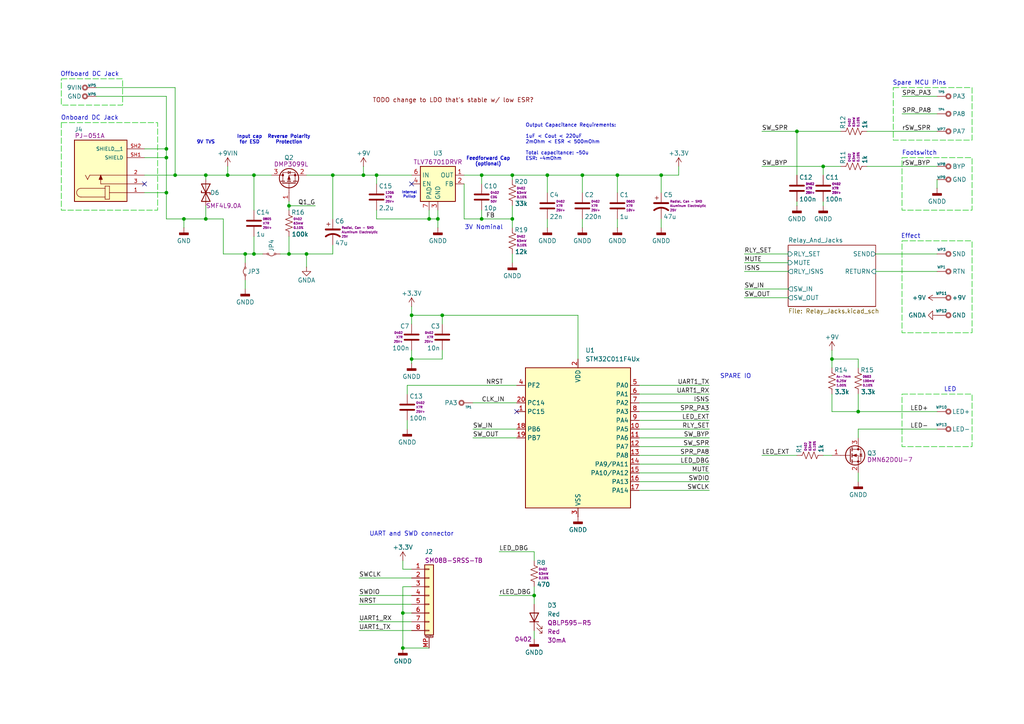
<source format=kicad_sch>
(kicad_sch (version 20250114) (generator "eeschema") (generator_version "9.0")
  (paper "A4")
  (rectangle (start 261.62 114.3) (end 281.94 129.54) (stroke (width 0) (type dash) (color 0 194 0 1)))
  (rectangle (start 17.78 22.86) (end 35.56 30.48) (stroke (width 0) (type dash) (color 0 194 0 1)))
  (rectangle (start 259.08 25.4) (end 281.94 40.64) (stroke (width 0) (type dash) (color 0 194 0 1)))
  (rectangle (start 261.62 69.85) (end 281.94 96.52) (stroke (width 0) (type dash) (color 0 194 0 1)))
  (rectangle (start 261.62 45.72) (end 281.94 60.96) (stroke (width 0) (type dash) (color 0 194 0 1)))
  (rectangle (start 17.78 35.56) (end 45.72 60.96) (stroke (width 0) (type dash) (color 0 194 0 1)))
  (text "Input cap\nfor ESD" (at 72.39 41.91 0) (effects (font (size 1 1) (thickness 0.2) (bold yes)) (justify bottom)))
  (text "UART and SWD connector" (at 119.38 154.94 0) (effects (font (size 1.27 1.27))))
  (text "Spare MCU Pins" (at 266.7 24.13 0) (effects (font (size 1.27 1.27))))
  (text "Effect" (at 264.16 68.58 0) (effects (font (size 1.27 1.27))))
  (text "9V TVS" (at 59.69 41.91 0) (effects (font (size 1 1) (thickness 0.2) (bold yes)) (justify bottom)))
  (text "TODO change to LDO that's stable w/ low ESR?" (at 131.445 29.21 0) (effects (font (size 1.27 1.27))))
  (text "Reverse Polarity\nProtection" (at 83.82 41.91 0) (effects (font (size 1 1) (thickness 0.2) (bold yes)) (justify bottom)))
  (text "3V Nominal" (at 140.335 66.04 0) (effects (font (size 1.27 1.27))))
  (text "Output Capacitance Requirements:\n\n1uF < Cout < 220uF\n2mOhm < ESR < 500mOhm\n\nTotal capacitance: ~50u\nESR: ~4mOhm" (at 152.4 41.275 0) (effects (font (size 1 1)) (justify left)))
  (text "LED" (at 275.59 113.03 0) (effects (font (size 1.27 1.27))))
  (text "Footswitch" (at 266.7 44.45 0) (effects (font (size 1.27 1.27))))
  (text "Feedforward Cap\n(optional)" (at 141.605 48.26 0) (effects (font (size 1 1) (thickness 0.2) (bold yes)) (justify bottom)))
  (text "SPARE IO" (at 213.36 109.22 0) (effects (font (size 1.27 1.27))))
  (text "Onboard DC Jack" (at 26.035 34.29 0) (effects (font (size 1.27 1.27))))
  (text "Internal\nPullup" (at 118.745 56.515 0) (effects (font (size 0.75 0.75))))
  (text "Offboard DC Jack" (at 26.035 21.59 0) (effects (font (size 1.27 1.27))))
  (junction (at 127 63.5))
  (junction (at 119.38 104.14))
  (junction (at 158.75 50.8))
  (junction (at 179.07 50.8))
  (junction (at 66.04 50.8))
  (junction (at 248.92 119.38))
  (junction (at 109.22 50.8))
  (junction (at 148.59 63.5))
  (junction (at 59.69 63.5))
  (junction (at 96.52 50.8))
  (junction (at 168.91 50.8))
  (junction (at 154.94 172.72))
  (junction (at 59.69 50.8))
  (junction (at 73.66 50.8))
  (junction (at 128.27 91.44))
  (junction (at 148.59 50.8))
  (junction (at 53.34 63.5))
  (junction (at 83.82 59.69))
  (junction (at 191.77 50.8))
  (junction (at 50.8 50.8))
  (junction (at 116.84 177.8))
  (junction (at 83.82 73.66))
  (junction (at 231.14 38.1))
  (junction (at 105.41 50.8))
  (junction (at 71.12 73.66))
  (junction (at 116.84 187.96))
  (junction (at 119.38 91.44))
  (junction (at 238.76 48.26))
  (junction (at 73.66 73.66))
  (junction (at 48.26 43.18))
  (junction (at 241.3 104.14))
  (junction (at 139.7 50.8))
  (junction (at 48.26 45.72))
  (junction (at 124.46 63.5))
  (junction (at 88.9 73.66))
  (junction (at 139.7 63.5))
  (junction (at 48.26 55.88))
  (no_connect (at 149.86 119.38))
  (no_connect (at 119.38 53.34))
  (no_connect (at 41.91 53.34))
  (wire (pts (xy 59.69 63.5) (xy 64.77 63.5)))
  (wire (pts (xy 105.41 50.8) (xy 109.22 50.8)))
  (wire (pts (xy 59.69 52.07) (xy 59.69 50.8)))
  (wire (pts (xy 254 78.74) (xy 271.78 78.74)))
  (wire (pts (xy 116.84 170.18) (xy 119.38 170.18)))
  (wire (pts (xy 148.59 73.66) (xy 148.59 76.2)))
  (wire (pts (xy 139.7 50.8) (xy 139.7 53.34)))
  (wire (pts (xy 241.3 119.38) (xy 248.92 119.38)))
  (wire (pts (xy 48.26 63.5) (xy 53.34 63.5)))
  (wire (pts (xy 139.7 50.8) (xy 148.59 50.8)))
  (wire (pts (xy 238.76 48.26) (xy 243.84 48.26)))
  (wire (pts (xy 128.27 104.14) (xy 119.38 104.14)))
  (wire (pts (xy 27.94 25.4) (xy 50.8 25.4)))
  (wire (pts (xy 185.42 121.92) (xy 205.74 121.92)))
  (wire (pts (xy 41.91 43.18) (xy 48.26 43.18)))
  (wire (pts (xy 73.66 50.8) (xy 78.74 50.8)))
  (wire (pts (xy 241.3 104.14) (xy 241.3 106.68)))
  (wire (pts (xy 158.75 50.8) (xy 158.75 55.88)))
  (wire (pts (xy 261.62 27.94) (xy 271.78 27.94)))
  (wire (pts (xy 128.27 91.44) (xy 167.64 91.44)))
  (wire (pts (xy 116.84 187.96) (xy 116.84 177.8)))
  (wire (pts (xy 215.9 76.2) (xy 228.6 76.2)))
  (wire (pts (xy 48.26 63.5) (xy 48.26 55.88)))
  (wire (pts (xy 220.98 38.1) (xy 231.14 38.1)))
  (wire (pts (xy 41.91 50.8) (xy 50.8 50.8)))
  (wire (pts (xy 127 66.04) (xy 127 63.5)))
  (wire (pts (xy 231.14 38.1) (xy 243.84 38.1)))
  (wire (pts (xy 50.8 50.8) (xy 59.69 50.8)))
  (wire (pts (xy 154.94 182.88) (xy 154.94 185.42)))
  (wire (pts (xy 104.14 180.34) (xy 119.38 180.34)))
  (wire (pts (xy 53.34 63.5) (xy 53.34 66.04)))
  (wire (pts (xy 168.91 55.88) (xy 168.91 50.8)))
  (wire (pts (xy 144.78 172.72) (xy 154.94 172.72)))
  (wire (pts (xy 191.77 55.88) (xy 191.77 50.8)))
  (wire (pts (xy 271.78 52.07) (xy 271.78 54.61)))
  (wire (pts (xy 118.11 111.76) (xy 149.86 111.76)))
  (wire (pts (xy 238.76 132.08) (xy 241.3 132.08)))
  (wire (pts (xy 83.82 73.66) (xy 81.28 73.66)))
  (wire (pts (xy 215.9 86.36) (xy 228.6 86.36)))
  (wire (pts (xy 248.92 124.46) (xy 248.92 127)))
  (wire (pts (xy 248.92 124.46) (xy 271.78 124.46)))
  (wire (pts (xy 119.38 91.44) (xy 128.27 91.44)))
  (wire (pts (xy 41.91 45.72) (xy 48.26 45.72)))
  (wire (pts (xy 179.07 50.8) (xy 191.77 50.8)))
  (wire (pts (xy 220.98 132.08) (xy 231.14 132.08)))
  (wire (pts (xy 71.12 73.66) (xy 71.12 76.2)))
  (wire (pts (xy 241.3 101.6) (xy 241.3 104.14)))
  (wire (pts (xy 73.66 60.96) (xy 73.66 50.8)))
  (wire (pts (xy 248.92 106.68) (xy 248.92 104.14)))
  (wire (pts (xy 76.2 73.66) (xy 73.66 73.66)))
  (wire (pts (xy 168.91 63.5) (xy 168.91 66.04)))
  (wire (pts (xy 185.42 132.08) (xy 205.74 132.08)))
  (wire (pts (xy 248.92 119.38) (xy 271.78 119.38)))
  (wire (pts (xy 191.77 50.8) (xy 196.85 50.8)))
  (wire (pts (xy 215.9 73.66) (xy 228.6 73.66)))
  (wire (pts (xy 59.69 59.69) (xy 59.69 63.5)))
  (wire (pts (xy 71.12 83.82) (xy 71.12 81.28)))
  (wire (pts (xy 88.9 73.66) (xy 88.9 77.47)))
  (wire (pts (xy 215.9 83.82) (xy 228.6 83.82)))
  (wire (pts (xy 215.9 78.74) (xy 228.6 78.74)))
  (wire (pts (xy 48.26 43.18) (xy 48.26 45.72)))
  (wire (pts (xy 185.42 124.46) (xy 205.74 124.46)))
  (wire (pts (xy 248.92 114.3) (xy 248.92 119.38)))
  (wire (pts (xy 148.59 63.5) (xy 148.59 66.04)))
  (wire (pts (xy 248.92 104.14) (xy 241.3 104.14)))
  (wire (pts (xy 116.84 187.96) (xy 124.46 187.96)))
  (wire (pts (xy 185.42 134.62) (xy 205.74 134.62)))
  (wire (pts (xy 185.42 142.24) (xy 205.74 142.24)))
  (wire (pts (xy 154.94 172.72) (xy 154.94 170.18)))
  (wire (pts (xy 88.9 50.8) (xy 96.52 50.8)))
  (wire (pts (xy 119.38 104.14) (xy 119.38 105.41)))
  (wire (pts (xy 118.11 121.92) (xy 118.11 124.46)))
  (wire (pts (xy 64.77 63.5) (xy 64.77 73.66)))
  (wire (pts (xy 185.42 127) (xy 205.74 127)))
  (wire (pts (xy 185.42 139.7) (xy 205.74 139.7)))
  (wire (pts (xy 109.22 63.5) (xy 124.46 63.5)))
  (wire (pts (xy 83.82 58.42) (xy 83.82 59.69)))
  (wire (pts (xy 116.84 165.1) (xy 119.38 165.1)))
  (wire (pts (xy 134.62 63.5) (xy 139.7 63.5)))
  (wire (pts (xy 179.07 50.8) (xy 168.91 50.8)))
  (wire (pts (xy 104.14 175.26) (xy 119.38 175.26)))
  (wire (pts (xy 128.27 101.6) (xy 128.27 104.14)))
  (wire (pts (xy 167.64 91.44) (xy 167.64 104.14)))
  (wire (pts (xy 137.16 124.46) (xy 149.86 124.46)))
  (wire (pts (xy 196.85 50.8) (xy 196.85 48.26)))
  (wire (pts (xy 191.77 63.5) (xy 191.77 66.04)))
  (wire (pts (xy 185.42 114.3) (xy 205.74 114.3)))
  (wire (pts (xy 105.41 48.26) (xy 105.41 50.8)))
  (wire (pts (xy 109.22 50.8) (xy 119.38 50.8)))
  (wire (pts (xy 71.12 73.66) (xy 73.66 73.66)))
  (wire (pts (xy 109.22 50.8) (xy 109.22 53.34)))
  (wire (pts (xy 179.07 55.88) (xy 179.07 50.8)))
  (wire (pts (xy 134.62 50.8) (xy 139.7 50.8)))
  (wire (pts (xy 185.42 111.76) (xy 205.74 111.76)))
  (wire (pts (xy 96.52 71.12) (xy 96.52 73.66)))
  (wire (pts (xy 73.66 68.58) (xy 73.66 73.66)))
  (wire (pts (xy 185.42 116.84) (xy 205.74 116.84)))
  (wire (pts (xy 116.84 162.56) (xy 116.84 165.1)))
  (wire (pts (xy 238.76 50.8) (xy 238.76 48.26)))
  (wire (pts (xy 144.78 160.02) (xy 154.94 160.02)))
  (wire (pts (xy 124.46 60.96) (xy 124.46 63.5)))
  (wire (pts (xy 154.94 160.02) (xy 154.94 162.56)))
  (wire (pts (xy 251.46 48.26) (xy 271.78 48.26)))
  (wire (pts (xy 48.26 45.72) (xy 48.26 55.88)))
  (wire (pts (xy 119.38 101.6) (xy 119.38 104.14)))
  (wire (pts (xy 119.38 88.9) (xy 119.38 91.44)))
  (wire (pts (xy 251.46 38.1) (xy 271.78 38.1)))
  (wire (pts (xy 124.46 63.5) (xy 127 63.5)))
  (wire (pts (xy 154.94 172.72) (xy 154.94 175.26)))
  (wire (pts (xy 116.84 177.8) (xy 119.38 177.8)))
  (wire (pts (xy 185.42 137.16) (xy 205.74 137.16)))
  (wire (pts (xy 127 60.96) (xy 127 63.5)))
  (wire (pts (xy 254 73.66) (xy 271.78 73.66)))
  (wire (pts (xy 96.52 50.8) (xy 105.41 50.8)))
  (wire (pts (xy 27.94 27.94) (xy 48.26 27.94)))
  (wire (pts (xy 137.16 127) (xy 149.86 127)))
  (wire (pts (xy 41.91 55.88) (xy 48.26 55.88)))
  (wire (pts (xy 83.82 59.69) (xy 83.82 60.96)))
  (wire (pts (xy 158.75 63.5) (xy 158.75 66.04)))
  (wire (pts (xy 88.9 73.66) (xy 83.82 73.66)))
  (wire (pts (xy 241.3 114.3) (xy 241.3 119.38)))
  (wire (pts (xy 96.52 50.8) (xy 96.52 63.5)))
  (wire (pts (xy 104.14 167.64) (xy 119.38 167.64)))
  (wire (pts (xy 66.04 48.26) (xy 66.04 50.8)))
  (wire (pts (xy 185.42 129.54) (xy 205.74 129.54)))
  (wire (pts (xy 148.59 50.8) (xy 148.59 52.07)))
  (wire (pts (xy 128.27 91.44) (xy 128.27 93.98)))
  (wire (pts (xy 231.14 58.42) (xy 231.14 59.69)))
  (wire (pts (xy 64.77 73.66) (xy 71.12 73.66)))
  (wire (pts (xy 137.16 116.84) (xy 149.86 116.84)))
  (wire (pts (xy 248.92 137.16) (xy 248.92 139.7)))
  (wire (pts (xy 59.69 50.8) (xy 66.04 50.8)))
  (wire (pts (xy 104.14 182.88) (xy 119.38 182.88)))
  (wire (pts (xy 88.9 73.66) (xy 96.52 73.66)))
  (wire (pts (xy 134.62 53.34) (xy 134.62 63.5)))
  (wire (pts (xy 50.8 25.4) (xy 50.8 50.8)))
  (wire (pts (xy 116.84 177.8) (xy 116.84 170.18)))
  (wire (pts (xy 238.76 58.42) (xy 238.76 59.69)))
  (wire (pts (xy 158.75 50.8) (xy 168.91 50.8)))
  (wire (pts (xy 148.59 59.69) (xy 148.59 63.5)))
  (wire (pts (xy 148.59 50.8) (xy 158.75 50.8)))
  (wire (pts (xy 66.04 50.8) (xy 73.66 50.8)))
  (wire (pts (xy 109.22 60.96) (xy 109.22 63.5)))
  (wire (pts (xy 261.62 33.02) (xy 271.78 33.02)))
  (wire (pts (xy 179.07 63.5) (xy 179.07 66.04)))
  (wire (pts (xy 185.42 119.38) (xy 205.74 119.38)))
  (wire (pts (xy 118.11 114.3) (xy 118.11 111.76)))
  (wire (pts (xy 220.98 48.26) (xy 238.76 48.26)))
  (wire (pts (xy 104.14 172.72) (xy 119.38 172.72)))
  (wire (pts (xy 53.34 63.5) (xy 59.69 63.5)))
  (wire (pts (xy 48.26 27.94) (xy 48.26 43.18)))
  (wire (pts (xy 139.7 63.5) (xy 148.59 63.5)))
  (wire (pts (xy 231.14 38.1) (xy 231.14 50.8)))
  (wire (pts (xy 83.82 59.69) (xy 91.44 59.69)))
  (wire (pts (xy 83.82 68.58) (xy 83.82 73.66)))
  (wire (pts (xy 139.7 60.96) (xy 139.7 63.5)))
  (wire (pts (xy 119.38 93.98) (xy 119.38 91.44)))
  (label "SWCLK" (at 205.74 142.24 180))
  (label "Q1_G" (at 91.44 59.69 180))
  (label "UART1_RX" (at 104.14 180.34 0))
  (label "MUTE" (at 215.9 76.2 0))
  (label "LED_DBG" (at 144.78 160.02 0))
  (label "LED_EXT" (at 205.74 121.92 180))
  (label "UART1_TX" (at 104.14 182.88 0))
  (label "RLY_SET" (at 205.74 124.46 180))
  (label "SWCLK" (at 104.14 167.64 0))
  (label "SW_SPR" (at 220.98 38.1 0))
  (label "CLK_IN" (at 139.7 116.84 0))
  (label "SW_SPR" (at 205.74 129.54 180))
  (label "LED_EXT" (at 220.98 132.08 0))
  (label "SW_OUT" (at 137.16 127 0))
  (label "SW_BYP" (at 220.98 48.26 0))
  (label "SW_BYP" (at 205.74 127 180))
  (label "NRST" (at 104.14 175.26 0))
  (label "NRST" (at 140.97 111.76 0))
  (label "SPR_PA8" (at 205.74 132.08 180))
  (label "UART1_TX" (at 205.74 111.76 180))
  (label "SPR_PA8" (at 261.62 33.02 0))
  (label "LED-" (at 269.24 124.46 180))
  (label "rSW_SPR" (at 261.62 38.1 0))
  (label "SW_IN" (at 137.16 124.46 0))
  (label "ISNS" (at 205.74 116.84 180))
  (label "rLED_DBG" (at 144.78 172.72 0))
  (label "SWDIO" (at 205.74 139.7 180))
  (label "SW_IN" (at 215.9 83.82 0))
  (label "FB" (at 140.97 63.5 0))
  (label "RLY_SET" (at 215.9 73.66 0))
  (label "LED_DBG" (at 205.74 134.62 180))
  (label "SWDIO" (at 104.14 172.72 0))
  (label "SPR_PA3" (at 261.62 27.94 0))
  (label "rSW_BYP" (at 261.62 48.26 0))
  (label "SPR_PA3" (at 205.74 119.38 180))
  (label "ISNS" (at 215.9 78.74 0))
  (label "UART1_RX" (at 205.74 114.3 180))
  (label "MUTE" (at 205.74 137.16 180))
  (label "SW_OUT" (at 215.9 86.36 0))
  (label "LED+" (at 269.24 119.38 180))
  (symbol (lib_id "#gplm:art/ART-1001-0P95") (at 271.78 48.26 270) (unit 1) (in_bom no)
    (property "Reference" "WP8" (at 271.78 47.625 90) (effects (font (size 0.762 0.762)) (justify left)))
    (property "Value" "BYP" (at 276.225 48.26 90) (effects (justify left)))
    (property "Footprint" "g-art:WirePad_H0.95mm_22-24AWG" (effects (hide yes)))
    (property "Description" "Wire pad, TH, 0.95mm hole, for 22-24AWG" (effects (hide yes)))
    (property "IPN" "ART-1001-0P95" (effects (hide yes)))
  )
  (symbol (lib_id "#gplm:fet/XTR-1003-0001") (at 246.38 132.08 0) (unit 1)
    (property "Reference" "Q3" (at 251.46 131.445 0) (effects (justify left)))
    (property "Value" "DMN62D0U-7" (effects (hide yes)))
    (property "Footprint" "Package_TO_SOT_SMD:SOT-23" (effects (hide yes)))
    (property "Datasheet" "https://www.diodes.com/assets/Datasheets/DMN62D0U.pdf" (effects (hide yes)))
    (property "Description" "MOSFET N-CH 60V/±20V 0.38A 2Ω 1.0Vth 0.5nC 32pF SOT-23" (effects (hide yes)))
    (property "IPN" "XTR-1003-0001" (effects (hide yes)))
    (property "Manufacturer" "Diodes" (effects (hide yes)))
    (property "MPN" "DMN62D0U-7" (at 251.46 133.35 0) (effects (justify left)))
  )
  (symbol (lib_id "#gplm:cap/CAP-4105-001U") (at 73.66 64.77 0) (unit 1)
    (property "Reference" "C14" (at 74.295 61.595 0) (effects (justify left)))
    (property "Value" "1u" (at 74.295 67.945 0) (effects (justify left)))
    (property "Footprint" "Capacitor_SMD:C_0805_2012Metric" (effects (hide yes)))
    (property "Datasheet" "https://content.kemet.com/datasheets/KEM_C1002_X7R_SMD.pdf" (effects (hide yes)))
    (property "Description" "CAP SMD 1uF 0805 25V+ X7R" (effects (hide yes)))
    (property "IPN" "CAP-4105-001U" (effects (hide yes)))
    (property "Manufacturer" "Kemet" (effects (hide yes)))
    (property "MPN" "C0805C105K3RACTU" (effects (hide yes)))
    (property "Capacitance" "1u" (effects (hide yes)))
    (property "Voltage" "25V+" (at 76.2 66.04 0) (effects (font (size 0.635 0.635)) (justify left)))
    (property "Material" "X7R" (at 76.2 64.77 0) (effects (font (size 0.635 0.635)) (justify left)))
    (property "Tolerance" "10%" (effects (hide yes)))
    (property "Package/Case" "0805" (at 76.2 63.5 0) (effects (font (size 0.635 0.635)) (justify left)))
  )
  (symbol (lib_id "#gplm:art/ART-1001-0P95") (at 271.78 119.38 270) (mirror x) (unit 1) (in_bom no)
    (property "Reference" "WP10" (at 273.05 118.11 90) (effects (font (size 0.762 0.762))))
    (property "Value" "LED+" (at 278.765 119.38 90))
    (property "Footprint" "g-art:WirePad_H0.95mm_22-24AWG" (effects (hide yes)))
    (property "Description" "Wire pad, TH, 0.95mm hole, for 22-24AWG" (effects (hide yes)))
    (property "IPN" "ART-1001-0P95" (effects (hide yes)))
  )
  (symbol (lib_id "#gplm:res/RES-2002-470R") (at 154.94 166.37 0) (unit 1)
    (property "Reference" "R8" (at 155.575 163.195 0) (effects (justify left)))
    (property "Value" "470" (at 155.575 169.545 0) (effects (font (thickness 0.254) (bold yes)) (justify left)))
    (property "Footprint" "Resistor_SMD:R_0402_1005Metric" (effects (hide yes)))
    (property "Datasheet" "https://www.yageo.com/upload/media/product/app/datasheet/rchip/pyu-rt_1-to-0.01_rohs_l.pdf" (effects (hide yes)))
    (property "Description" "RES SMD 0402 470 OHM 63mW Thin Film" (effects (hide yes)))
    (property "IPN" "RES-2002-470R" (effects (hide yes)))
    (property "Manufacturer" "Yageo" (effects (hide yes)))
    (property "MPN" "RT0402BRD07470RL" (effects (hide yes)))
    (property "Resistance" "470" (effects (hide yes)))
    (property "Power" "63mW" (at 156.21 166.37 0) (effects (font (size 0.635 0.635)) (justify left)))
    (property "Tolerance" "0.10%" (at 156.21 167.64 0) (effects (font (size 0.635 0.635)) (justify left)))
    (property "Package/Case" "0402" (at 156.21 165.1 0) (effects (font (size 0.635 0.635)) (justify left)))
    (property "Voltage" "50V" (effects (hide yes)))
    (property "Composition" "Thin Film" (effects (hide yes)))
    (property "Temp Coefficient" "25ppm" (effects (hide yes)))
    (property "Height" "0.35mm" (effects (hide yes)))
  )
  (symbol (lib_id "power:+9V") (at 66.04 48.26 0) (unit 1)
    (property "Reference" "#PWR030" (effects (hide yes)))
    (property "Value" "+9VIN" (at 66.04 44.45 0))
    (property "Description" "Power symbol creates a global label with name \"+9V\"" (effects (hide yes)))
  )
  (symbol (lib_id "#gplm:art/ART-1000-2001") (at 78.74 73.66 180) (unit 1)
    (property "Reference" "JP4" (at 78.74 73.025 90) (effects (justify right)))
    (property "Value" "Jumper_2_Small_Bridged" (effects (hide yes)))
    (property "Footprint" "Jumper:SolderJumper-2_P1.3mm_Bridged2Bar_Pad1.0x1.5mm" (effects (hide yes)))
    (property "Description" "Jumper, Mini 1x1.5mm, 2 pin – Bridged 2 Bar" (effects (hide yes)))
    (property "IPN" "ART-1000-2001" (effects (hide yes)))
  )
  (symbol (lib_id "#gplm:cap/CAP-4103-010N") (at 128.27 97.79 0) (mirror y) (unit 1)
    (property "Reference" "C3" (at 127.635 94.615 0) (effects (justify left)))
    (property "Value" "10n" (at 127.635 100.965 0) (effects (justify left)))
    (property "Footprint" "Capacitor_SMD:C_0402_1005Metric" (effects (hide yes)))
    (property "Datasheet" "https://content.kemet.com/datasheets/KEM_C1002_X7R_SMD.pdf" (effects (hide yes)))
    (property "Description" "CAP SMD 10nF 0402 25V+ X7R" (effects (hide yes)))
    (property "Package/Case" "0402" (at 125.73 96.52 0) (effects (font (size 0.635 0.635)) (justify left)))
    (property "Voltage" "25V+" (at 125.73 99.06 0) (effects (font (size 0.635 0.635)) (justify left)))
    (property "Material" "X7R" (at 125.73 97.79 0) (effects (font (size 0.635 0.635)) (justify left)))
    (property "IPN" "CAP-4103-010N" (effects (hide yes)))
    (property "Manufacturer" "Kemet" (effects (hide yes)))
    (property "MPN" "C0402C103K3RACTU" (effects (hide yes)))
    (property "Capacitance" "10n" (effects (hide yes)))
    (property "Tolerance" "10%" (effects (hide yes)))
  )
  (symbol (lib_id "#gplm:cap/CAP-4107-001U") (at 179.07 59.69 0) (unit 1)
    (property "Reference" "C1" (at 179.705 56.515 0) (effects (justify left)))
    (property "Value" "1u" (at 179.705 62.865 0) (effects (justify left)))
    (property "Footprint" "Capacitor_SMD:C_0603_1608Metric" (effects (hide yes)))
    (property "Datasheet" "https://content.kemet.com/datasheets/KEM_C1002_X7R_SMD.pdf" (effects (hide yes)))
    (property "Description" "CAP SMD 1uF 0603 10V+ X7R" (effects (hide yes)))
    (property "Package/Case" "0603" (at 181.61 58.42 0) (effects (font (size 0.635 0.635)) (justify left)))
    (property "Voltage" "10V+" (at 181.61 60.96 0) (effects (font (size 0.635 0.635)) (justify left)))
    (property "Material" "X7R" (at 181.61 59.69 0) (effects (font (size 0.635 0.635)) (justify left)))
    (property "IPN" "CAP-4107-001U" (effects (hide yes)))
    (property "Manufacturer" "Kemet" (effects (hide yes)))
    (property "MPN" "C0603C105K8RACTU" (effects (hide yes)))
    (property "Capacitance" "1u" (effects (hide yes)))
    (property "Tolerance" "10%" (effects (hide yes)))
  )
  (symbol (lib_id "#gplm:res/RES-2002-012K") (at 148.59 69.85 0) (unit 1)
    (property "Reference" "R19" (at 149.225 66.675 0) (effects (justify left)))
    (property "Value" "12k" (at 149.225 73.025 0) (effects (font (thickness 0.254) (bold yes)) (justify left)))
    (property "Footprint" "Resistor_SMD:R_0402_1005Metric" (effects (hide yes)))
    (property "Datasheet" "https://www.yageo.com/upload/media/product/app/datasheet/rchip/pyu-rt_1-to-0.01_rohs_l.pdf" (effects (hide yes)))
    (property "Description" "RES SMD 0402 12 KOHM 63mW Thin Film" (effects (hide yes)))
    (property "Power" "63mW" (at 149.86 69.85 0) (effects (font (size 0.635 0.635)) (justify left)))
    (property "Tolerance" "0.10%" (at 149.86 71.12 0) (effects (font (size 0.635 0.635)) (justify left)))
    (property "Package/Case" "0402" (at 149.86 68.58 0) (effects (font (size 0.635 0.635)) (justify left)))
    (property "IPN" "RES-2002-012K" (effects (hide yes)))
    (property "Manufacturer" "Yageo" (effects (hide yes)))
    (property "MPN" "RT0402BRD0712KL" (effects (hide yes)))
    (property "Resistance" "12k" (effects (hide yes)))
    (property "Voltage" "50V" (effects (hide yes)))
    (property "Composition" "Thin Film" (effects (hide yes)))
    (property "Temp Coefficient" "25ppm" (effects (hide yes)))
    (property "Height" "0.35mm" (effects (hide yes)))
  )
  (symbol (lib_id "power:GNDD") (at 71.12 83.82 0) (unit 1)
    (property "Reference" "#PWR07" (effects (hide yes)))
    (property "Value" "GNDD" (at 71.12 87.63 0))
    (property "Description" "Power symbol creates a global label with name \"GNDD\" , digital ground" (effects (hide yes)))
  )
  (symbol (lib_id "power:+9V") (at 116.84 162.56 0) (unit 1)
    (property "Reference" "#PWR022" (effects (hide yes)))
    (property "Value" "+3.3V" (at 116.84 158.75 0))
    (property "Description" "Power symbol creates a global label with name \"+9V\"" (effects (hide yes)))
  )
  (symbol (lib_id "power:GNDD") (at 148.59 76.2 0) (unit 1)
    (property "Reference" "#PWR014" (effects (hide yes)))
    (property "Value" "GNDD" (at 148.59 80.01 0))
    (property "Description" "Power symbol creates a global label with name \"GNDD\" , digital ground" (effects (hide yes)))
  )
  (symbol (lib_id "power:+9V") (at 105.41 48.26 0) (unit 1)
    (property "Reference" "#PWR032" (effects (hide yes)))
    (property "Value" "+9V" (at 105.41 44.45 0))
    (property "Description" "Power symbol creates a global label with name \"+9V\"" (effects (hide yes)))
  )
  (symbol (lib_id "power:GNDD") (at 158.75 66.04 0) (unit 1)
    (property "Reference" "#PWR033" (effects (hide yes)))
    (property "Value" "GNDD" (at 158.75 69.85 0))
    (property "Description" "Power symbol creates a global label with name \"GNDD\" , digital ground" (effects (hide yes)))
  )
  (symbol (lib_id "power:GNDD") (at 154.94 185.42 0) (unit 1)
    (property "Reference" "#PWR021" (effects (hide yes)))
    (property "Value" "GNDD" (at 154.94 189.23 0))
    (property "Description" "Power symbol creates a global label with name \"GNDD\" , digital ground" (effects (hide yes)))
  )
  (symbol (lib_id "#gplm:res/RES-2002-001K") (at 234.95 132.08 90) (unit 1)
    (property "Reference" "R1" (at 231.775 131.445 0) (effects (justify left)))
    (property "Value" "1k" (at 238.125 131.445 0) (effects (font (thickness 0.254) (bold yes)) (justify left)))
    (property "Footprint" "Resistor_SMD:R_0402_1005Metric" (effects (hide yes)))
    (property "Datasheet" "https://www.yageo.com/upload/media/product/app/datasheet/rchip/pyu-rt_1-to-0.01_rohs_l.pdf" (effects (hide yes)))
    (property "Description" "RES SMD 0402 1 KOHM 63mW Thin Film" (effects (hide yes)))
    (property "IPN" "RES-2002-001K" (effects (hide yes)))
    (property "Manufacturer" "Yageo" (effects (hide yes)))
    (property "MPN" "RT0402BRD071KL" (effects (hide yes)))
    (property "Resistance" "1k" (effects (hide yes)))
    (property "Power" "63mW" (at 234.95 130.81 0) (effects (font (size 0.635 0.635)) (justify left)))
    (property "Tolerance" "0.10%" (at 236.22 130.81 0) (effects (font (size 0.635 0.635)) (justify left)))
    (property "Package/Case" "0402" (at 233.68 130.81 0) (effects (font (size 0.635 0.635)) (justify left)))
    (property "Voltage" "50V" (effects (hide yes)))
    (property "Composition" "Thin Film" (effects (hide yes)))
    (property "Temp Coefficient" "25ppm" (effects (hide yes)))
    (property "Height" "0.35mm" (effects (hide yes)))
  )
  (symbol (lib_id "power:GNDD") (at 53.34 66.04 0) (unit 1)
    (property "Reference" "#PWR08" (effects (hide yes)))
    (property "Value" "GND" (at 53.34 69.85 0))
    (property "Description" "Power symbol creates a global label with name \"GNDD\" , digital ground" (effects (hide yes)))
  )
  (symbol (lib_id "#gplm:cap/CAP-4103-100N") (at 238.76 54.61 0) (unit 1)
    (property "Reference" "C11" (at 239.395 51.435 0) (effects (justify left)))
    (property "Value" "100n" (at 239.395 57.785 0) (effects (justify left)))
    (property "Footprint" "Capacitor_SMD:C_0402_1005Metric" (effects (hide yes)))
    (property "Datasheet" "https://content.kemet.com/datasheets/KEM_C1002_X7R_SMD.pdf" (effects (hide yes)))
    (property "Description" "CAP SMD 100nF 0402 25V+ X7R" (effects (hide yes)))
    (property "IPN" "CAP-4103-100N" (effects (hide yes)))
    (property "Manufacturer" "Kemet" (effects (hide yes)))
    (property "MPN" "C0402C104K3RACTU" (effects (hide yes)))
    (property "Capacitance" "100n" (effects (hide yes)))
    (property "Voltage" "25V+" (at 241.3 55.88 0) (effects (font (size 0.635 0.635)) (justify left)))
    (property "Material" "X7R" (at 241.3 54.61 0) (effects (font (size 0.635 0.635)) (justify left)))
    (property "Tolerance" "10%" (effects (hide yes)))
    (property "Package/Case" "0402" (at 241.3 53.34 0) (effects (font (size 0.635 0.635)) (justify left)))
  )
  (symbol (lib_id "#gplm:art/ART-1001-0P95") (at 271.78 38.1 270) (unit 1) (in_bom no)
    (property "Reference" "WP7" (at 271.78 37.465 90) (effects (font (size 0.762 0.762)) (justify left)))
    (property "Value" "PA7" (at 276.225 38.1 90) (effects (justify left)))
    (property "Footprint" "g-art:WirePad_H0.95mm_22-24AWG" (effects (hide yes)))
    (property "Description" "Wire pad, TH, 0.95mm hole, for 22-24AWG" (effects (hide yes)))
    (property "IPN" "ART-1001-0P95" (effects (hide yes)))
  )
  (symbol (lib_id "#gplm:art/ART-0000-N102") (at 271.78 27.94 270) (mirror x) (unit 1) (in_bom no)
    (property "Reference" "TP5" (at 273.05 26.67 90) (effects (font (size 0.635 0.635))))
    (property "Value" "PA3" (at 278.13 27.94 90))
    (property "Footprint" "g-art:TestPoint_PTH_H1.02mm_NoOutline" (effects (hide yes)))
    (property "Description" "PTH Test Point, 1.02mm hole, without silkscreen" (effects (hide yes)))
    (property "IPN" "ART-0000-N102" (effects (hide yes)))
    (property "Comments" "For probing or test point installation, e.g. 4614, 4582, 3450" (effects (hide yes)))
  )
  (symbol (lib_id "#gplm:tvs/TVS-1001-09B0") (at 59.69 55.88 270) (unit 1)
    (property "Reference" "D6" (at 60.96 55.88 90) (effects (justify left)))
    (property "Value" "SMF4L9.0A" (effects (hide yes)))
    (property "Footprint" "Diode_SMD:D_SOD-123F" (effects (hide yes)))
    (property "Datasheet" "https://www.littelfuse.com/assetdocs/tvs-diodes-smf4l-datasheet?assetguid=d2ba8fab-1de3-4176-8530-f36ecb0b8799" (effects (hide yes)))
    (property "Description" "TVS DIODE 9VWM 15.4VC SOD123F" (effects (hide yes)))
    (property "IPN" "TVS-1001-09B0" (effects (hide yes)))
    (property "Manufacturer" "Littelfuse Inc." (effects (hide yes)))
    (property "MPN" "SMF4L9.0A" (at 59.69 59.69 90) (effects (justify left)))
  )
  (symbol (lib_id "#gplm:art/ART-1001-0P95") (at 27.94 27.94 90) (unit 1) (in_bom no)
    (property "Reference" "WP6" (at 26.67 27.305 90) (effects (font (size 0.762 0.762))))
    (property "Value" "GND" (at 21.59 27.94 90))
    (property "Footprint" "g-art:WirePad_H0.95mm_22-24AWG" (effects (hide yes)))
    (property "Description" "Wire pad, TH, 0.95mm hole, for 22-24AWG" (effects (hide yes)))
    (property "IPN" "ART-1001-0P95" (effects (hide yes)))
  )
  (symbol (lib_id "#gplm:cap/CAP-4103-100N") (at 118.11 118.11 0) (unit 1)
    (property "Reference" "C13" (at 118.745 114.935 0) (effects (justify left)))
    (property "Value" "100n" (at 118.745 121.285 0) (effects (justify left)))
    (property "Footprint" "Capacitor_SMD:C_0402_1005Metric" (effects (hide yes)))
    (property "Datasheet" "https://content.kemet.com/datasheets/KEM_C1002_X7R_SMD.pdf" (effects (hide yes)))
    (property "Description" "CAP SMD 100nF 0402 25V+ X7R" (effects (hide yes)))
    (property "IPN" "CAP-4103-100N" (effects (hide yes)))
    (property "Manufacturer" "Kemet" (effects (hide yes)))
    (property "MPN" "C0402C104K3RACTU" (effects (hide yes)))
    (property "Capacitance" "100n" (effects (hide yes)))
    (property "Voltage" "25V+" (at 120.65 119.38 0) (effects (font (size 0.635 0.635)) (justify left)))
    (property "Material" "X7R" (at 120.65 118.11 0) (effects (font (size 0.635 0.635)) (justify left)))
    (property "Tolerance" "10%" (effects (hide yes)))
    (property "Package/Case" "0402" (at 120.65 116.84 0) (effects (font (size 0.635 0.635)) (justify left)))
  )
  (symbol (lib_id "#gplm:res/RES-2001-03K3") (at 248.92 110.49 0) (unit 1)
    (property "Reference" "R15" (at 249.555 107.315 0) (effects (justify left)))
    (property "Value" "3.3k" (at 249.555 113.665 0) (effects (font (thickness 0.254) (bold yes)) (justify left)))
    (property "Footprint" "Resistor_SMD:R_0603_1608Metric" (effects (hide yes)))
    (property "Datasheet" "https://www.yageo.com/upload/media/product/app/datasheet/rchip/pyu-rt_1-to-0.01_rohs_l.pdf" (effects (hide yes)))
    (property "Description" "RES SMD 0603 3.3 KOHM 100mW Thin Film" (effects (hide yes)))
    (property "IPN" "RES-2001-03K3" (effects (hide yes)))
    (property "Manufacturer" "Yageo" (effects (hide yes)))
    (property "MPN" "RT0603BRD073K3L" (effects (hide yes)))
    (property "Resistance" "3.3k" (effects (hide yes)))
    (property "Power" "100mW" (at 250.19 110.49 0) (effects (font (size 0.635 0.635)) (justify left)))
    (property "Tolerance" "0.10%" (at 250.19 111.76 0) (effects (font (size 0.635 0.635)) (justify left)))
    (property "Package/Case" "0603" (at 250.19 109.22 0) (effects (font (size 0.635 0.635)) (justify left)))
    (property "Voltage" "75V" (effects (hide yes)))
    (property "Composition" "Thin Film" (effects (hide yes)))
    (property "Temp Coefficient" "25ppm" (effects (hide yes)))
    (property "Height" "0.55mm" (effects (hide yes)))
  )
  (symbol (lib_id "#gplm:cap/CAP-4103-220N") (at 168.91 59.69 0) (unit 1)
    (property "Reference" "C2" (at 169.545 56.515 0) (effects (justify left)))
    (property "Value" "220n" (at 169.545 62.865 0) (effects (justify left)))
    (property "Footprint" "Capacitor_SMD:C_0402_1005Metric" (effects (hide yes)))
    (property "Datasheet" "https://content.kemet.com/datasheets/KEM_C1002_X7R_SMD.pdf" (effects (hide yes)))
    (property "Description" "CAP SMD 220nF 0402 25V+ X7R" (effects (hide yes)))
    (property "Package/Case" "0402" (at 171.45 58.42 0) (effects (font (size 0.635 0.635)) (justify left)))
    (property "Voltage" "25V+" (at 171.45 60.96 0) (effects (font (size 0.635 0.635)) (justify left)))
    (property "Material" "X7R" (at 171.45 59.69 0) (effects (font (size 0.635 0.635)) (justify left)))
    (property "IPN" "CAP-4103-220N" (effects (hide yes)))
    (property "Manufacturer" "Kemet" (effects (hide yes)))
    (property "MPN" "C0402C224K3RACTU" (effects (hide yes)))
    (property "Capacitance" "220n" (effects (hide yes)))
    (property "Tolerance" "10%" (effects (hide yes)))
  )
  (symbol (lib_id "power:GNDD") (at 248.92 139.7 0) (unit 1)
    (property "Reference" "#PWR012" (effects (hide yes)))
    (property "Value" "GNDD" (at 248.92 143.51 0))
    (property "Description" "Power symbol creates a global label with name \"GNDD\" , digital ground" (effects (hide yes)))
  )
  (symbol (lib_id "power:+9V") (at 119.38 88.9 0) (mirror y) (unit 1)
    (property "Reference" "#PWR02" (effects (hide yes)))
    (property "Value" "+3.3V" (at 119.38 85.09 0))
    (property "Description" "Power symbol creates a global label with name \"+9V\"" (effects (hide yes)))
  )
  (symbol (lib_id "power:GNDD") (at 238.76 59.69 0) (unit 1)
    (property "Reference" "#PWR025" (effects (hide yes)))
    (property "Value" "GNDD" (at 238.76 63.5 0))
    (property "Description" "Power symbol creates a global label with name \"GNDD\" , digital ground" (effects (hide yes)))
  )
  (symbol (lib_id "#gplm:con/CON-5001-0008") (at 124.46 172.72 0) (unit 1)
    (property "Reference" "J2" (at 123.19 160.02 0) (effects (justify left)))
    (property "Value" "8" (effects (hide yes)))
    (property "Footprint" "Connector_JST:JST_SH_BM08B-SRSS-TB_1x08-1MP_P1.00mm_Vertical" (effects (hide yes)))
    (property "Datasheet" "https://www.jst.com/wp-content/uploads/2021/01/eSH-new.pdf" (effects (hide yes)))
    (property "Description" "CONN WIRE TO BOARD SMD R/A 8POS 1MM" (effects (hide yes)))
    (property "IPN" "CON-5001-0008" (effects (hide yes)))
    (property "Manufacturer" "JST" (effects (hide yes)))
    (property "MPN" "SM08B-SRSS-TB" (at 123.19 162.56 0) (effects (justify left)))
    (property "Pins" "8" (effects (hide yes)))
  )
  (symbol (lib_id "#gplm:reg/REG-1005-0001") (at 127 53.34 0) (unit 1)
    (property "Reference" "U3" (at 127 44.45 0))
    (property "Value" "TLV76701DRVR" (effects (hide yes)))
    (property "Footprint" "Package_SON:WSON-6-1EP_2x2mm_P0.65mm_EP1x1.6mm" (effects (hide yes)))
    (property "Datasheet" "https://www.ti.com/lit/ds/symlink/tlv767.pdf" (effects (hide yes)))
    (property "Description" "LDO, Positive, 1 Output, Adjustable, 1A, 2.5-16Vin, 0.8-13.6V, WSON-6" (effects (hide yes)))
    (property "IPN" "REG-1005-0001" (effects (hide yes)))
    (property "Manufacturer" "TI" (effects (hide yes)))
    (property "MPN" "TLV76701DRVR" (at 127 46.99 0))
    (property "Voltage" "ADJ" (effects (hide yes)))
    (property "Current" "1A" (effects (hide yes)))
  )
  (symbol (lib_id "#gplm:art/ART-1001-0P95") (at 271.78 78.74 270) (mirror x) (unit 1) (in_bom no)
    (property "Reference" "WP1" (at 273.05 77.47 90) (effects (font (size 0.762 0.762))))
    (property "Value" "RTN" (at 278.13 78.74 90))
    (property "Footprint" "g-art:WirePad_H0.95mm_22-24AWG" (effects (hide yes)))
    (property "Description" "Wire pad, TH, 0.95mm hole, for 22-24AWG" (effects (hide yes)))
    (property "IPN" "ART-1001-0P95" (effects (hide yes)))
  )
  (symbol (lib_id "#gplm:cap/CAP-4103-100N") (at 119.38 97.79 0) (mirror y) (unit 1)
    (property "Reference" "C7" (at 118.745 94.615 0) (effects (justify left)))
    (property "Value" "100n" (at 118.745 100.965 0) (effects (justify left)))
    (property "Footprint" "Capacitor_SMD:C_0402_1005Metric" (effects (hide yes)))
    (property "Datasheet" "https://content.kemet.com/datasheets/KEM_C1002_X7R_SMD.pdf" (effects (hide yes)))
    (property "Description" "CAP SMD 100nF 0402 25V+ X7R" (effects (hide yes)))
    (property "IPN" "CAP-4103-100N" (effects (hide yes)))
    (property "Manufacturer" "Kemet" (effects (hide yes)))
    (property "MPN" "C0402C104K3RACTU" (effects (hide yes)))
    (property "Capacitance" "100n" (effects (hide yes)))
    (property "Voltage" "25V+" (at 116.84 99.06 0) (effects (font (size 0.635 0.635)) (justify left)))
    (property "Material" "X7R" (at 116.84 97.79 0) (effects (font (size 0.635 0.635)) (justify left)))
    (property "Tolerance" "10%" (effects (hide yes)))
    (property "Package/Case" "0402" (at 116.84 96.52 0) (effects (font (size 0.635 0.635)) (justify left)))
  )
  (symbol (lib_id "power:GND") (at 271.78 91.44 270) (unit 1)
    (property "Reference" "#PWR011" (effects (hide yes)))
    (property "Value" "GNDA" (at 268.605 91.44 90) (effects (justify right)))
    (property "Description" "Power symbol creates a global label with name \"GND\" , ground" (effects (hide yes)))
  )
  (symbol (lib_id "#gplm:cap/CAP-3005-047U") (at 191.77 59.69 0) (unit 1)
    (property "Reference" "C5" (at 192.405 56.515 0) (effects (justify left)))
    (property "Value" "47u" (at 192.405 62.865 0) (effects (justify left)))
    (property "Footprint" "Capacitor_SMD:CP_Elec_6.3x5.8" (effects (hide yes)))
    (property "Datasheet" "https://industrial.panasonic.com/cdbs/www-data/pdf/RDE0000/ABA0000C1181.pdf" (effects (hide yes)))
    (property "Description" "CAP ALUM POL 20% 25V SMT 47u" (effects (hide yes)))
    (property "Package/Case" "Radial, Can - SMD" (at 194.31 58.42 0) (effects (font (size 0.635 0.635)) (justify left)))
    (property "Voltage" "25V" (at 194.31 60.96 0) (effects (font (size 0.635 0.635)) (justify left)))
    (property "Material" "Aluminum Electrolytic" (at 194.31 59.69 0) (effects (font (size 0.635 0.635)) (justify left)))
    (property "IPN" "CAP-3005-047U" (effects (hide yes)))
    (property "Manufacturer" "Panasonic" (effects (hide yes)))
    (property "MPN" "EEE-FK1E470P" (effects (hide yes)))
    (property "Capacitance" "47u" (effects (hide yes)))
    (property "Tolerance" "+/-20%" (effects (hide yes)))
  )
  (symbol (lib_id "power:GNDD") (at 119.38 105.41 0) (mirror y) (unit 1)
    (property "Reference" "#PWR015" (effects (hide yes)))
    (property "Value" "GNDD" (at 119.38 109.22 0))
    (property "Description" "Power symbol creates a global label with name \"GNDD\" , digital ground" (effects (hide yes)))
  )
  (symbol (lib_id "power:GNDD") (at 179.07 66.04 0) (unit 1)
    (property "Reference" "#PWR031" (effects (hide yes)))
    (property "Value" "GNDD" (at 179.07 69.85 0))
    (property "Description" "Power symbol creates a global label with name \"GNDD\" , digital ground" (effects (hide yes)))
  )
  (symbol (lib_id "#gplm:res/RES-2002-001K") (at 247.65 38.1 90) (unit 1)
    (property "Reference" "R12" (at 244.475 37.465 0) (effects (justify left)))
    (property "Value" "1k" (at 250.825 37.465 0) (effects (font (thickness 0.254) (bold yes)) (justify left)))
    (property "Footprint" "Resistor_SMD:R_0402_1005Metric" (effects (hide yes)))
    (property "Datasheet" "https://www.yageo.com/upload/media/product/app/datasheet/rchip/pyu-rt_1-to-0.01_rohs_l.pdf" (effects (hide yes)))
    (property "Description" "RES SMD 0402 1 KOHM 63mW Thin Film" (effects (hide yes)))
    (property "IPN" "RES-2002-001K" (effects (hide yes)))
    (property "Manufacturer" "Yageo" (effects (hide yes)))
    (property "MPN" "RT0402BRD071KL" (effects (hide yes)))
    (property "Resistance" "1k" (effects (hide yes)))
    (property "Power" "63mW" (at 247.65 36.83 0) (effects (font (size 0.635 0.635)) (justify left)))
    (property "Tolerance" "0.10%" (at 248.92 36.83 0) (effects (font (size 0.635 0.635)) (justify left)))
    (property "Package/Case" "0402" (at 246.38 36.83 0) (effects (font (size 0.635 0.635)) (justify left)))
    (property "Voltage" "50V" (effects (hide yes)))
    (property "Composition" "Thin Film" (effects (hide yes)))
    (property "Temp Coefficient" "25ppm" (effects (hide yes)))
    (property "Height" "0.35mm" (effects (hide yes)))
  )
  (symbol (lib_id "#gplm:art/ART-0000-N102") (at 137.16 116.84 90) (mirror x) (unit 1) (in_bom no)
    (property "Reference" "TP1" (at 135.89 118.11 90) (effects (font (size 0.635 0.635))))
    (property "Value" "PA3" (at 130.81 116.84 90))
    (property "Footprint" "g-art:TestPoint_PTH_H1.02mm_NoOutline" (effects (hide yes)))
    (property "Description" "PTH Test Point, 1.02mm hole, without silkscreen" (effects (hide yes)))
    (property "IPN" "ART-0000-N102" (effects (hide yes)))
    (property "Comments" "For probing or test point installation, e.g. 4614, 4582, 3450" (effects (hide yes)))
  )
  (symbol (lib_id "power:GNDD") (at 271.78 54.61 0) (unit 1)
    (property "Reference" "#PWR024" (effects (hide yes)))
    (property "Value" "GNDD" (at 271.78 58.42 0))
    (property "Description" "Power symbol creates a global label with name \"GNDD\" , digital ground" (effects (hide yes)))
  )
  (symbol (lib_id "power:+9V") (at 241.3 101.6 0) (unit 1)
    (property "Reference" "#PWR05" (effects (hide yes)))
    (property "Value" "+9V" (at 241.3 97.79 0))
    (property "Description" "Power symbol creates a global label with name \"+9V\"" (effects (hide yes)))
  )
  (symbol (lib_id "#gplm:res/RES-2002-100K") (at 83.82 64.77 0) (unit 1)
    (property "Reference" "R16" (at 84.455 61.595 0) (effects (justify left)))
    (property "Value" "100k" (at 84.455 67.945 0) (effects (font (thickness 0.254) (bold yes)) (justify left)))
    (property "Footprint" "Resistor_SMD:R_0402_1005Metric" (effects (hide yes)))
    (property "Datasheet" "https://www.yageo.com/upload/media/product/app/datasheet/rchip/pyu-rt_1-to-0.01_rohs_l.pdf" (effects (hide yes)))
    (property "Description" "RES SMD 0402 100 KOHM 63mW Thin Film" (effects (hide yes)))
    (property "IPN" "RES-2002-100K" (effects (hide yes)))
    (property "Manufacturer" "Yageo" (effects (hide yes)))
    (property "MPN" "RT0402BRD07100KL" (effects (hide yes)))
    (property "Resistance" "100k" (effects (hide yes)))
    (property "Power" "63mW" (at 85.09 64.77 0) (effects (font (size 0.635 0.635)) (justify left)))
    (property "Tolerance" "0.10%" (at 85.09 66.04 0) (effects (font (size 0.635 0.635)) (justify left)))
    (property "Package/Case" "0402" (at 85.09 63.5 0) (effects (font (size 0.635 0.635)) (justify left)))
    (property "Voltage" "50V" (effects (hide yes)))
    (property "Composition" "Thin Film" (effects (hide yes)))
    (property "Temp Coefficient" "25ppm" (effects (hide yes)))
    (property "Height" "0.35mm" (effects (hide yes)))
  )
  (symbol (lib_id "#gplm:cap/CAP-4106-02U2") (at 109.22 57.15 0) (unit 1)
    (property "Reference" "C15" (at 109.855 53.975 0) (effects (justify left)))
    (property "Value" "2.2u" (at 109.855 60.325 0) (effects (justify left)))
    (property "Footprint" "Capacitor_SMD:C_1206_3216Metric" (effects (hide yes)))
    (property "Datasheet" "https://content.kemet.com/datasheets/KEM_C1002_X7R_SMD.pdf" (effects (hide yes)))
    (property "Description" "CAP SMD 2.2uF 1206 25V+ X7R" (effects (hide yes)))
    (property "IPN" "CAP-4106-02U2" (effects (hide yes)))
    (property "Manufacturer" "Kemet" (effects (hide yes)))
    (property "MPN" "C1206C225K3RACTU" (effects (hide yes)))
    (property "Capacitance" "2.2u" (effects (hide yes)))
    (property "Voltage" "25V+" (at 111.76 58.42 0) (effects (font (size 0.635 0.635)) (justify left)))
    (property "Material" "X7R" (at 111.76 57.15 0) (effects (font (size 0.635 0.635)) (justify left)))
    (property "Tolerance" "10%" (effects (hide yes)))
    (property "Package/Case" "1206" (at 111.76 55.88 0) (effects (font (size 0.635 0.635)) (justify left)))
  )
  (symbol (lib_id "power:GNDD") (at 116.84 187.96 0) (unit 1)
    (property "Reference" "#PWR023" (effects (hide yes)))
    (property "Value" "GNDD" (at 116.84 191.77 0))
    (property "Description" "Power symbol creates a global label with name \"GNDD\" , digital ground" (effects (hide yes)))
  )
  (symbol (lib_id "#gplm:art/ART-1001-0P95") (at 271.78 124.46 270) (mirror x) (unit 1) (in_bom no)
    (property "Reference" "WP13" (at 273.05 123.19 90) (effects (font (size 0.762 0.762))))
    (property "Value" "LED-" (at 278.765 124.46 90))
    (property "Footprint" "g-art:WirePad_H0.95mm_22-24AWG" (effects (hide yes)))
    (property "Description" "Wire pad, TH, 0.95mm hole, for 22-24AWG" (effects (hide yes)))
    (property "IPN" "ART-1001-0P95" (effects (hide yes)))
  )
  (symbol (lib_id "#gplm:art/ART-1001-0P95") (at 271.78 52.07 270) (unit 1) (in_bom no)
    (property "Reference" "WP9" (at 271.78 51.435 90) (effects (font (size 0.762 0.762)) (justify left)))
    (property "Value" "GND" (at 276.225 52.07 90) (effects (justify left)))
    (property "Footprint" "g-art:WirePad_H0.95mm_22-24AWG" (effects (hide yes)))
    (property "Description" "Wire pad, TH, 0.95mm hole, for 22-24AWG" (effects (hide yes)))
    (property "IPN" "ART-1001-0P95" (effects (hide yes)))
  )
  (symbol (lib_id "#gplm:res/RES-2002-001K") (at 247.65 48.26 90) (unit 1)
    (property "Reference" "R11" (at 244.475 47.625 0) (effects (justify left)))
    (property "Value" "1k" (at 250.825 47.625 0) (effects (font (thickness 0.254) (bold yes)) (justify left)))
    (property "Footprint" "Resistor_SMD:R_0402_1005Metric" (effects (hide yes)))
    (property "Datasheet" "https://www.yageo.com/upload/media/product/app/datasheet/rchip/pyu-rt_1-to-0.01_rohs_l.pdf" (effects (hide yes)))
    (property "Description" "RES SMD 0402 1 KOHM 63mW Thin Film" (effects (hide yes)))
    (property "IPN" "RES-2002-001K" (effects (hide yes)))
    (property "Manufacturer" "Yageo" (effects (hide yes)))
    (property "MPN" "RT0402BRD071KL" (effects (hide yes)))
    (property "Resistance" "1k" (effects (hide yes)))
    (property "Power" "63mW" (at 247.65 46.99 0) (effects (font (size 0.635 0.635)) (justify left)))
    (property "Tolerance" "0.10%" (at 248.92 46.99 0) (effects (font (size 0.635 0.635)) (justify left)))
    (property "Package/Case" "0402" (at 246.38 46.99 0) (effects (font (size 0.635 0.635)) (justify left)))
    (property "Voltage" "50V" (effects (hide yes)))
    (property "Composition" "Thin Film" (effects (hide yes)))
    (property "Temp Coefficient" "25ppm" (effects (hide yes)))
    (property "Height" "0.35mm" (effects (hide yes)))
  )
  (symbol (lib_id "MCU_ST_STM32C0:STM32C011F4Ux") (at 167.64 127 0) (unit 1)
    (property "Reference" "U1" (at 169.7833 101.6 0) (effects (justify left)))
    (property "Value" "STM32C011F4Ux" (at 169.7833 104.14 0) (effects (justify left)))
    (property "Footprint" "Package_DFN_QFN:ST_UFQFPN-20_3x3mm_P0.5mm" (effects (hide yes)))
    (property "Datasheet" "https://www.st.com/resource/en/datasheet/stm32c011f4.pdf" (effects (hide yes)))
    (property "Description" "STMicroelectronics Arm Cortex-M0+ MCU, 16KB flash, 6KB RAM, 48 MHz, 2.0-3.6V, 18 GPIO, UFQFPN20" (effects (hide yes)))
  )
  (symbol (lib_id "#gplm:art/ART-1000-2001") (at 71.12 78.74 90) (unit 1)
    (property "Reference" "JP3" (at 71.755 78.74 90) (effects (justify right)))
    (property "Value" "Jumper_2_Small_Bridged" (effects (hide yes)))
    (property "Footprint" "Jumper:SolderJumper-2_P1.3mm_Bridged2Bar_Pad1.0x1.5mm" (effects (hide yes)))
    (property "Description" "Jumper, Mini 1x1.5mm, 2 pin – Bridged 2 Bar" (effects (hide yes)))
    (property "IPN" "ART-1000-2001" (effects (hide yes)))
  )
  (symbol (lib_id "power:GNDD") (at 168.91 66.04 0) (unit 1)
    (property "Reference" "#PWR028" (effects (hide yes)))
    (property "Value" "GNDD" (at 168.91 69.85 0))
    (property "Description" "Power symbol creates a global label with name \"GNDD\" , digital ground" (effects (hide yes)))
  )
  (symbol (lib_id "#gplm:art/ART-0000-N102") (at 271.78 33.02 270) (mirror x) (unit 1) (in_bom no)
    (property "Reference" "TP4" (at 273.05 31.75 90) (effects (font (size 0.635 0.635))))
    (property "Value" "PA8" (at 278.13 33.02 90))
    (property "Footprint" "g-art:TestPoint_PTH_H1.02mm_NoOutline" (effects (hide yes)))
    (property "Description" "PTH Test Point, 1.02mm hole, without silkscreen" (effects (hide yes)))
    (property "IPN" "ART-0000-N102" (effects (hide yes)))
    (property "Comments" "For probing or test point installation, e.g. 4614, 4582, 3450" (effects (hide yes)))
  )
  (symbol (lib_id "#gplm:con/CON-4002-0001") (at 29.21 50.8 0) (mirror x) (unit 1)
    (property "Reference" "J4" (at 21.59 36.83 0) (effects (justify left bottom)))
    (property "Value" "3" (effects (hide yes)))
    (property "Footprint" "g-con:BarrelJack_CUI_PJ-051A" (effects (hide yes)))
    (property "Datasheet" "https://www.sameskydevices.com/product/resource/pj-051a.pdf" (effects (hide yes)))
    (property "Description" "CONN PWR JACK 2X5.5MM THRU HOLE SHIELDED NC-SWITCH – SHORT WIDE" (effects (hide yes)))
    (property "PARTREV" "1.06" (effects (hide yes)))
    (property "MANUFACTURER" "Cui Devices" (effects (hide yes)))
    (property "MAXIMUM_PACKAGE_HEIGHT" "10.05mm" (effects (hide yes)))
    (property "STANDARD" "Manufacturer Recommendations" (effects (hide yes)))
    (property "IPN" "CON-4002-0001" (effects (hide yes)))
    (property "Manufacturer" "Same Sky (Formerly CUI Devices)" (effects (hide yes)))
    (property "MPN" "PJ-051A" (at 26.035 39.37 0))
    (property "Pins" "3" (effects (hide yes)))
  )
  (symbol (lib_id "#gplm:cap/CAP-4103-022N") (at 158.75 59.69 0) (unit 1)
    (property "Reference" "C4" (at 159.385 56.515 0) (effects (justify left)))
    (property "Value" "22n" (at 159.385 62.865 0) (effects (justify left)))
    (property "Footprint" "Capacitor_SMD:C_0402_1005Metric" (effects (hide yes)))
    (property "Datasheet" "https://content.kemet.com/datasheets/KEM_C1002_X7R_SMD.pdf" (effects (hide yes)))
    (property "Description" "CAP SMD 22nF 0402 25V+ X7R" (effects (hide yes)))
    (property "Package/Case" "0402" (at 161.29 58.42 0) (effects (font (size 0.635 0.635)) (justify left)))
    (property "Voltage" "25V+" (at 161.29 60.96 0) (effects (font (size 0.635 0.635)) (justify left)))
    (property "Material" "X7R" (at 161.29 59.69 0) (effects (font (size 0.635 0.635)) (justify left)))
    (property "IPN" "CAP-4103-022N" (effects (hide yes)))
    (property "Manufacturer" "Kemet" (effects (hide yes)))
    (property "MPN" "C0402C223K3RACTU" (effects (hide yes)))
    (property "Capacitance" "22n" (effects (hide yes)))
    (property "Tolerance" "10%" (effects (hide yes)))
  )
  (symbol (lib_id "#gplm:art/ART-1001-0P95") (at 271.78 73.66 270) (mirror x) (unit 1) (in_bom no)
    (property "Reference" "WP3" (at 273.05 72.39 90) (effects (font (size 0.762 0.762))))
    (property "Value" "SND" (at 278.13 73.66 90))
    (property "Footprint" "g-art:WirePad_H0.95mm_22-24AWG" (effects (hide yes)))
    (property "Description" "Wire pad, TH, 0.95mm hole, for 22-24AWG" (effects (hide yes)))
    (property "IPN" "ART-1001-0P95" (effects (hide yes)))
  )
  (symbol (lib_id "power:GNDD") (at 127 66.04 0) (unit 1)
    (property "Reference" "#PWR013" (effects (hide yes)))
    (property "Value" "GNDD" (at 127 69.85 0))
    (property "Description" "Power symbol creates a global label with name \"GNDD\" , digital ground" (effects (hide yes)))
  )
  (symbol (lib_id "power:GNDD") (at 231.14 59.69 0) (unit 1)
    (property "Reference" "#PWR026" (effects (hide yes)))
    (property "Value" "GNDD" (at 231.14 63.5 0))
    (property "Description" "Power symbol creates a global label with name \"GNDD\" , digital ground" (effects (hide yes)))
  )
  (symbol (lib_id "#gplm:res/RES-1001-3301") (at 241.3 110.49 0) (unit 1)
    (property "Reference" "R14" (at 241.935 107.315 0) (effects (justify left)))
    (property "Value" "3.3k" (at 241.935 113.665 0) (effects (font (thickness 0.254) (bold yes)) (justify left)))
    (property "Footprint" "g-res:R_Axial_DIN0207_L6.3mm_D2.5mm_P7.5mm_Horizontal" (effects (hide yes)))
    (property "Datasheet" "https://www.yageo.com/upload/media/product/app/datasheet/lr/yageo-mfr_datasheet.pdf" (effects (hide yes)))
    (property "Description" "RES 3.3k OHM 1% 1/4W AXIAL" (effects (hide yes)))
    (property "IPN" "RES-1001-3301" (effects (hide yes)))
    (property "Manufacturer" "Yageo" (effects (hide yes)))
    (property "MPN" "MFR-25FBF52-3K3" (effects (hide yes)))
    (property "Resistance" "3.3k" (effects (hide yes)))
    (property "Power" "0.25W" (at 242.57 110.49 0) (effects (font (size 0.635 0.635)) (justify left)))
    (property "Tolerance" "1.00%" (at 242.57 111.76 0) (effects (font (size 0.635 0.635)) (justify left)))
    (property "Package/Case" "Ax-7mm" (at 242.57 109.22 0) (effects (font (size 0.635 0.635)) (justify left)))
    (property "Voltage" "250V" (effects (hide yes)))
    (property "Composition" "Metal Film" (effects (hide yes)))
    (property "Temp Coefficient" "100ppm" (effects (hide yes)))
    (property "Height" "2.6mm" (effects (hide yes)))
  )
  (symbol (lib_id "#gplm:fet/XTR-1001-0001") (at 83.82 53.34 90) (unit 1)
    (property "Reference" "Q2" (at 83.82 45.72 90))
    (property "Value" "DMP3099L" (effects (hide yes)))
    (property "Footprint" "Package_TO_SOT_SMD:SOT-23" (effects (hide yes)))
    (property "Datasheet" "https://www.diodes.com/assets/Datasheets/DMP3099L.pdf" (effects (hide yes)))
    (property "Description" "MOSFET P-CH 30V 3.8A SOT23" (effects (hide yes)))
    (property "IPN" "XTR-1001-0001" (effects (hide yes)))
    (property "Manufacturer" "Diodes" (effects (hide yes)))
    (property "MPN" "DMP3099L" (at 84.455 47.625 90))
  )
  (symbol (lib_id "#gplm:res/RES-2002-033K") (at 148.59 55.88 0) (unit 1)
    (property "Reference" "R20" (at 149.225 52.705 0) (effects (justify left)))
    (property "Value" "33k" (at 149.225 59.055 0) (effects (font (thickness 0.254) (bold yes)) (justify left)))
    (property "Footprint" "Resistor_SMD:R_0402_1005Metric" (effects (hide yes)))
    (property "Datasheet" "https://www.yageo.com/upload/media/product/app/datasheet/rchip/pyu-rt_1-to-0.01_rohs_l.pdf" (effects (hide yes)))
    (property "Description" "RES SMD 0402 33 KOHM 63mW Thin Film" (effects (hide yes)))
    (property "Power" "63mW" (at 149.86 55.88 0) (effects (font (size 0.635 0.635)) (justify left)))
    (property "Tolerance" "0.10%" (at 149.86 57.15 0) (effects (font (size 0.635 0.635)) (justify left)))
    (property "Package/Case" "0402" (at 149.86 54.61 0) (effects (font (size 0.635 0.635)) (justify left)))
    (property "IPN" "RES-2002-033K" (effects (hide yes)))
    (property "Manufacturer" "Yageo" (effects (hide yes)))
    (property "MPN" "RT0402BRD0733KL" (effects (hide yes)))
    (property "Resistance" "33k" (effects (hide yes)))
    (property "Voltage" "50V" (effects (hide yes)))
    (property "Composition" "Thin Film" (effects (hide yes)))
    (property "Temp Coefficient" "25ppm" (effects (hide yes)))
    (property "Height" "0.35mm" (effects (hide yes)))
  )
  (symbol (lib_id "power:GNDA") (at 88.9 77.47 0) (unit 1)
    (property "Reference" "#PWR06" (effects (hide yes)))
    (property "Value" "GNDA" (at 88.9 81.28 0))
    (property "Description" "Power symbol creates a global label with name \"GNDA\" , analog ground" (effects (hide yes)))
  )
  (symbol (lib_id "#gplm:art/ART-1001-0P95") (at 271.78 86.36 270) (mirror x) (unit 1) (in_bom no)
    (property "Reference" "WP11" (at 273.05 85.09 90) (effects (font (size 0.762 0.762))))
    (property "Value" "+9V" (at 278.13 86.36 90))
    (property "Footprint" "g-art:WirePad_H0.95mm_22-24AWG" (effects (hide yes)))
    (property "Description" "Wire pad, TH, 0.95mm hole, for 22-24AWG" (effects (hide yes)))
    (property "IPN" "ART-1001-0P95" (effects (hide yes)))
  )
  (symbol (lib_id "#gplm:art/ART-1001-0P95") (at 27.94 25.4 90) (unit 1) (in_bom no)
    (property "Reference" "WP5" (at 26.67 24.765 90) (effects (font (size 0.762 0.762))))
    (property "Value" "9VIN" (at 21.59 25.4 90))
    (property "Footprint" "g-art:WirePad_H0.95mm_22-24AWG" (effects (hide yes)))
    (property "Description" "Wire pad, TH, 0.95mm hole, for 22-24AWG" (effects (hide yes)))
    (property "IPN" "ART-1001-0P95" (effects (hide yes)))
  )
  (symbol (lib_id "#gplm:led/LED-1000-R500") (at 154.94 179.07 90) (unit 1)
    (property "Reference" "D3" (at 158.75 175.5774 90) (effects (justify right)))
    (property "Value" "Red" (at 158.75 178.1174 90) (effects (justify right)))
    (property "Footprint" "LED_SMD:LED_0402_1005Metric" (effects (hide yes)))
    (property "Description" "Light emitting diode" (effects (hide yes)))
    (property "Sim.Pins" "1=K 2=A" (effects (hide yes)))
    (property "IPN" "LED-1000-R500" (effects (hide yes)))
    (property "Manufacturer" "QT Brightek" (effects (hide yes)))
    (property "MPN" "QBLP595-R5" (at 158.75 180.6574 90) (effects (justify right)))
    (property "Color" "Red" (at 158.75 183.1974 90) (effects (justify right)))
    (property "I-forward-max" "30mA" (at 158.75 185.7374 90) (effects (justify right)))
    (property "V-forward" "1.85V" (effects (hide yes)))
    (property "Wavelength" "623nm" (effects (hide yes)))
    (property "Package/Case" "0402" (at 151.765 185.42 90))
    (property "Luminosity" "32mcd" (effects (hide yes)))
  )
  (symbol (lib_id "power:+9V") (at 271.78 86.36 90) (unit 1)
    (property "Reference" "#PWR010" (effects (hide yes)))
    (property "Value" "+9V" (at 268.605 86.36 90) (effects (justify left)))
    (property "Description" "Power symbol creates a global label with name \"+9V\"" (effects (hide yes)))
  )
  (symbol (lib_id "power:+9V") (at 196.85 48.26 0) (unit 1)
    (property "Reference" "#PWR09" (effects (hide yes)))
    (property "Value" "+3.3V" (at 196.85 44.45 0))
    (property "Description" "Power symbol creates a global label with name \"+9V\"" (effects (hide yes)))
  )
  (symbol (lib_id "#gplm:cap/CAP-3005-047U") (at 96.52 67.31 0) (unit 1)
    (property "Reference" "C6" (at 97.155 64.135 0) (effects (justify left)))
    (property "Value" "47u" (at 97.155 70.485 0) (effects (justify left)))
    (property "Footprint" "Capacitor_SMD:CP_Elec_6.3x5.8" (effects (hide yes)))
    (property "Datasheet" "https://industrial.panasonic.com/cdbs/www-data/pdf/RDE0000/ABA0000C1181.pdf" (effects (hide yes)))
    (property "Description" "CAP ALUM POL 20% 25V SMT 47u" (effects (hide yes)))
    (property "Package/Case" "Radial, Can - SMD" (at 99.06 66.04 0) (effects (font (size 0.635 0.635)) (justify left)))
    (property "Voltage" "25V" (at 99.06 68.58 0) (effects (font (size 0.635 0.635)) (justify left)))
    (property "Material" "Aluminum Electrolytic" (at 99.06 67.31 0) (effects (font (size 0.635 0.635)) (justify left)))
    (property "IPN" "CAP-3005-047U" (effects (hide yes)))
    (property "Manufacturer" "Panasonic" (effects (hide yes)))
    (property "MPN" "EEE-FK1E470P" (effects (hide yes)))
    (property "Capacitance" "47u" (effects (hide yes)))
    (property "Tolerance" "+/-20%" (effects (hide yes)))
  )
  (symbol (lib_id "power:GNDD") (at 167.64 149.86 0) (unit 1)
    (property "Reference" "#PWR03" (effects (hide yes)))
    (property "Value" "GNDD" (at 167.64 153.67 0))
    (property "Description" "Power symbol creates a global label with name \"GNDD\" , digital ground" (effects (hide yes)))
  )
  (symbol (lib_id "power:GNDD") (at 118.11 124.46 0) (unit 1)
    (property "Reference" "#PWR027" (effects (hide yes)))
    (property "Value" "GNDD" (at 118.11 128.27 0))
    (property "Description" "Power symbol creates a global label with name \"GNDD\" , digital ground" (effects (hide yes)))
  )
  (symbol (lib_id "power:GNDD") (at 191.77 66.04 0) (unit 1)
    (property "Reference" "#PWR034" (effects (hide yes)))
    (property "Value" "GNDD" (at 191.77 69.85 0))
    (property "Description" "Power symbol creates a global label with name \"GNDD\" , digital ground" (effects (hide yes)))
  )
  (symbol (lib_id "#gplm:art/ART-1001-0P95") (at 271.78 91.44 270) (mirror x) (unit 1) (in_bom no)
    (property "Reference" "WP12" (at 273.05 90.17 90) (effects (font (size 0.762 0.762))))
    (property "Value" "GND" (at 278.13 91.44 90))
    (property "Footprint" "g-art:WirePad_H0.95mm_22-24AWG" (effects (hide yes)))
    (property "Description" "Wire pad, TH, 0.95mm hole, for 22-24AWG" (effects (hide yes)))
    (property "IPN" "ART-1001-0P95" (effects (hide yes)))
  )
  (symbol (lib_id "#gplm:cap/CAP-4001-0100") (at 139.7 57.15 0) (unit 1)
    (property "Reference" "C10" (at 140.335 53.975 0) (effects (justify left)))
    (property "Value" "10p" (at 140.335 60.325 0) (effects (justify left)))
    (property "Footprint" "Capacitor_SMD:C_0402_1005Metric" (effects (hide yes)))
    (property "Datasheet" "https://www.murata.com/en-us/products/productdetail?partno=GRM1555C1H100GA01D%23" (effects (hide yes)))
    (property "Description" "CAP SMD 10p 0402 50V C0G +/-2%" (effects (hide yes)))
    (property "Package/Case" "0402" (at 142.24 55.88 0) (effects (font (size 0.635 0.635)) (justify left)))
    (property "Voltage" "50V" (at 142.24 58.42 0) (effects (font (size 0.635 0.635)) (justify left)))
    (property "Material" "C0G" (at 142.24 57.15 0) (effects (font (size 0.635 0.635)) (justify left)))
    (property "IPN" "CAP-4001-0100" (effects (hide yes)))
    (property "Manufacturer" "Murata" (effects (hide yes)))
    (property "MPN" "GRM1555C1H100GA01D" (effects (hide yes)))
    (property "Capacitance" "10p" (effects (hide yes)))
    (property "Tolerance" "+/-2%" (effects (hide yes)))
  )
  (symbol (lib_id "#gplm:cap/CAP-4103-100N") (at 231.14 54.61 0) (unit 1)
    (property "Reference" "C12" (at 231.775 51.435 0) (effects (justify left)))
    (property "Value" "100n" (at 231.775 57.785 0) (effects (justify left)))
    (property "Footprint" "Capacitor_SMD:C_0402_1005Metric" (effects (hide yes)))
    (property "Datasheet" "https://content.kemet.com/datasheets/KEM_C1002_X7R_SMD.pdf" (effects (hide yes)))
    (property "Description" "CAP SMD 100nF 0402 25V+ X7R" (effects (hide yes)))
    (property "IPN" "CAP-4103-100N" (effects (hide yes)))
    (property "Manufacturer" "Kemet" (effects (hide yes)))
    (property "MPN" "C0402C104K3RACTU" (effects (hide yes)))
    (property "Capacitance" "100n" (effects (hide yes)))
    (property "Voltage" "25V+" (at 233.68 55.88 0) (effects (font (size 0.635 0.635)) (justify left)))
    (property "Material" "X7R" (at 233.68 54.61 0) (effects (font (size 0.635 0.635)) (justify left)))
    (property "Tolerance" "10%" (effects (hide yes)))
    (property "Package/Case" "0402" (at 233.68 53.34 0) (effects (font (size 0.635 0.635)) (justify left)))
  )
  (sheet (at 228.6 71.12) (size 25.4 17.78) (stroke (width 0.1524))
    (property "Sheetname" "Relay_And_Jacks" (at 228.6 70.4084 0) (effects (justify left bottom)))
    (property "Sheetfile" "Relay_Jacks.kicad_sch" (at 228.6 89.4846 0) (effects (justify left top)))
    (pin "RLY_ISNS" output (at 228.6 78.74 180))
    (pin "RLY_SET" input (at 228.6 73.66 180))
    (pin "SW_IN" output (at 228.6 83.82 180))
    (pin "SW_OUT" output (at 228.6 86.36 180))
    (pin "RETURN" input (at 254 78.74 0))
    (pin "SEND" output (at 254 73.66 0))
    (pin "MUTE" input (at 228.6 76.2 180))
  )
)
</source>
